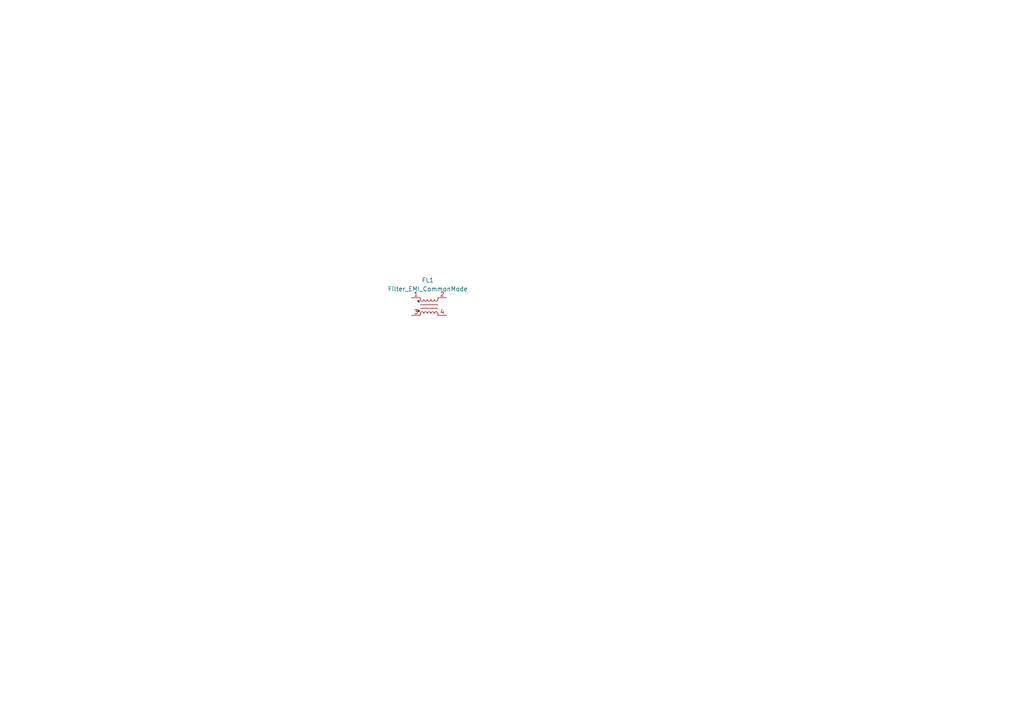
<source format=kicad_sch>
(kicad_sch (version 20250114) (generator "eeschema") (generator_version "9.0")
  (paper "A4")
  (lib_symbols
    (symbol "Device:Filter_EMI_CommonMode" (pin_names (offset 0.254) (hide yes))
      (property "Reference" "FL" (at 0 4.445 0))
      (property "Value" "Filter_EMI_CommonMode" (at 0 -4.445 0))
      (symbol "Filter_EMI_CommonMode_0_1"
        (circle (center -3.048 1.524) (radius 0.254) (fill (type outline)))
        (circle (center -3.048 -1.27) (radius 0.254) (fill (type outline)))
        (polyline (pts (xy -2.54 2.032) (xy -2.54 2.54)))
        (polyline (pts (xy -2.54 0.508) (xy 2.54 0.508)))
        (polyline (pts (xy -2.54 -2.032) (xy -2.54 -2.54)))
        (arc (start -1.524 2.032) (mid -2.032 1.5262) (end -2.54 2.032))
        (arc (start -2.54 -2.032) (mid -2.032 -1.5262) (end -1.524 -2.032))
        (arc (start -0.508 2.032) (mid -1.016 1.5262) (end -1.524 2.032))
        (arc (start -1.524 -2.032) (mid -1.016 -1.5262) (end -0.508 -2.032))
        (arc (start 0.508 2.032) (mid 0 1.5262) (end -0.508 2.032))
        (arc (start -0.508 -2.032) (mid 0 -1.5262) (end 0.508 -2.032))
        (arc (start 1.524 2.032) (mid 1.016 1.5262) (end 0.508 2.032))
        (arc (start 0.508 -2.032) (mid 1.016 -1.5262) (end 1.524 -2.032))
        (arc (start 2.54 2.032) (mid 2.032 1.5262) (end 1.524 2.032))
        (arc (start 1.524 -2.032) (mid 2.032 -1.5262) (end 2.54 -2.032))
        (polyline (pts (xy 2.54 2.54) (xy 2.54 2.032)))
        (polyline (pts (xy 2.54 -0.508) (xy -2.54 -0.508)))
        (polyline (pts (xy 2.54 -2.032) (xy 2.54 -2.54)))
      )
      (symbol "Filter_EMI_CommonMode_1_1"
        (pin passive line (at -5.08 2.54 0) (length 2.54) (name "1") (number "1"))
        (pin passive line (at -5.08 -2.54 0) (length 2.54) (name "3") (number "3"))
        (pin passive line (at 5.08 2.54 180) (length 2.54) (name "2") (number "2"))
        (pin passive line (at 5.08 -2.54 180) (length 2.54) (name "4") (number "4"))
      )
    )
  )
  (symbol (lib_id "Device:Filter_EMI_CommonMode") (at 124.46 88.9 0) (unit 1)
    (property "Reference" "FL1" (at 124.079 81.28 0))
    (property "Value" "Filter_EMI_CommonMode" (at 124.079 83.82 0))
    (property "Footprint" "Inductor_SMD:L_CommonMode_Wurth_WE-CNSW-1206" (effects (hide yes)))
    (property "Description" "EMI 2-inductor common mode filter" (effects (hide yes)))
  )
)
</source>
